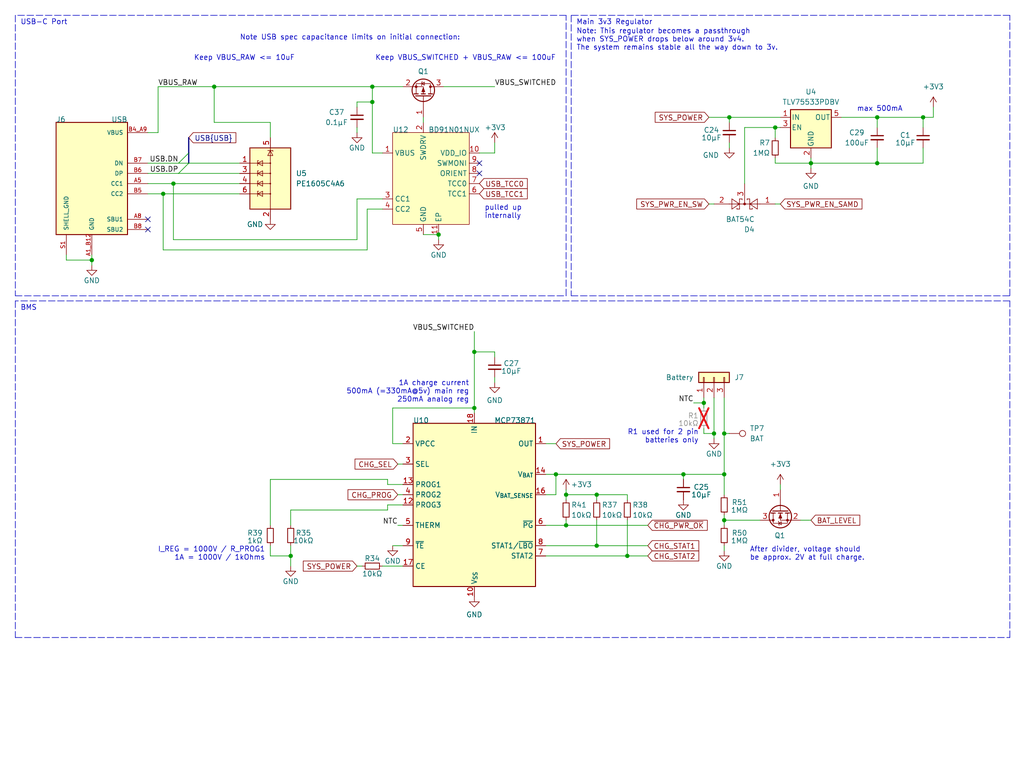
<source format=kicad_sch>
(kicad_sch (version 20231120) (generator "eeschema") (generator_version "8.0")
  (paper "User" 254.991 194.996)
  (title_block (title "TANGARA") (date "2024-06-21") (rev "4") (company "made by jacqueline") (comment 1 "SPDX-License-Identifier: CERN-OHL-S-2.0"))
  (lib_symbols
    (symbol "Battery_Management:MCP73871"
      (property "Reference" "U" (at -7.62 24.13 0))
      (property "Value" "MCP73871" (at -15.24 21.59 0))
      (symbol "MCP73871_0_1"
        (rectangle (start -15.24 20.32) (end 15.24 -20.32) (stroke (width 0.254)) (fill (type background)))
      )
      (symbol "MCP73871_1_1"
        (pin power_out line (at 17.78 15.24 180) (length 2.54) (name "OUT") (number "1"))
        (pin power_in line (at 0 -22.86 90) (length 2.54) (name "V_{SS}") (number "10"))
        (pin passive line (at 0 -22.86 90) (length 2.54) hide (name "V_{SS}") (number "11"))
        (pin bidirectional line (at -17.78 0 0) (length 2.54) (name "PROG3") (number "12"))
        (pin bidirectional line (at -17.78 5.08 0) (length 2.54) (name "PROG1") (number "13"))
        (pin power_out line (at 17.78 7.62 180) (length 2.54) (name "V_{BAT}") (number "14"))
        (pin passive line (at 17.78 7.62 180) (length 2.54) hide (name "V_{BAT}") (number "15"))
        (pin input line (at 17.78 2.54 180) (length 2.54) (name "V_{BAT_SENSE}") (number "16"))
        (pin input line (at -17.78 -15.24 0) (length 2.54) (name "CE") (number "17"))
        (pin power_in line (at 0 22.86 270) (length 2.54) (name "IN") (number "18"))
        (pin passive line (at 0 22.86 270) (length 2.54) hide (name "IN") (number "19"))
        (pin input line (at -17.78 15.24 0) (length 2.54) (name "VPCC") (number "2"))
        (pin passive line (at 17.78 15.24 180) (length 2.54) hide (name "OUT") (number "20"))
        (pin passive line (at 0 -22.86 90) (length 2.54) hide (name "V_{SS}") (number "21"))
        (pin input line (at -17.78 10.16 0) (length 2.54) (name "SEL") (number "3"))
        (pin input line (at -17.78 2.54 0) (length 2.54) (name "PROG2") (number "4"))
        (pin bidirectional line (at -17.78 -5.08 0) (length 2.54) (name "THERM") (number "5"))
        (pin open_collector line (at 17.78 -5.08 180) (length 2.54) (name "~{PG}") (number "6"))
        (pin open_collector line (at 17.78 -12.7 180) (length 2.54) (name "STAT2") (number "7"))
        (pin open_collector line (at 17.78 -10.16 180) (length 2.54) (name "STAT1/~{LBO}") (number "8"))
        (pin input line (at -17.78 -10.16 0) (length 2.54) (name "~{TE}") (number "9"))
      )
    )
    (symbol "Connector:TestPoint" (pin_numbers hide) (pin_names (offset 0.762) hide)
      (property "Reference" "TP" (at 0 6.858 0))
      (property "Value" "TestPoint" (at 0 5.08 0))
      (symbol "TestPoint_0_1"
        (circle (center 0 3.302) (radius 0.762))
      )
      (symbol "TestPoint_1_1"
        (pin passive line (at 0 0 90) (length 2.54) (name "1") (number "1"))
      )
    )
    (symbol "Connector_Generic:Conn_01x03" (pin_names (offset 1.016) hide)
      (property "Reference" "J" (at 0 5.08 0))
      (property "Value" "Conn_01x03" (at 0 -5.08 0))
      (symbol "Conn_01x03_1_1"
        (rectangle (start -1.27 -2.413) (end 0 -2.667) (stroke (width 0.1524)))
        (rectangle (start -1.27 0.127) (end 0 -0.127) (stroke (width 0.1524)))
        (rectangle (start -1.27 2.667) (end 0 2.413) (stroke (width 0.1524)))
        (rectangle (start -1.27 3.81) (end 1.27 -3.81) (stroke (width 0.254)) (fill (type background)))
        (pin passive line (at -5.08 2.54 0) (length 3.81) (name "Pin_1") (number "1"))
        (pin passive line (at -5.08 0 0) (length 3.81) (name "Pin_2") (number "2"))
        (pin passive line (at -5.08 -2.54 0) (length 3.81) (name "Pin_3") (number "3"))
      )
    )
    (symbol "Device:C_Small" (pin_numbers hide) (pin_names (offset 0.254) hide)
      (property "Reference" "C" (at 0.254 1.778 0))
      (property "Value" "C_Small" (at 0.254 -2.032 0))
      (symbol "C_Small_0_1"
        (polyline (pts (xy -1.524 -0.508) (xy 1.524 -0.508)) (stroke (width 0.3302)))
        (polyline (pts (xy -1.524 0.508) (xy 1.524 0.508)) (stroke (width 0.3048)))
      )
      (symbol "C_Small_1_1"
        (pin passive line (at 0 2.54 270) (length 2.032) (name "~") (number "1"))
        (pin passive line (at 0 -2.54 90) (length 2.032) (name "~") (number "2"))
      )
    )
    (symbol "Device:Q_NMOS_GSD" (pin_names (offset 0) hide)
      (property "Reference" "Q" (at 5.08 1.27 0))
      (property "Value" "Q_NMOS_GSD" (at 5.08 -1.27 0))
      (symbol "Q_NMOS_GSD_0_1"
        (polyline (pts (xy 0.254 0) (xy -2.54 0)))
        (polyline (pts (xy 0.254 1.905) (xy 0.254 -1.905)) (stroke (width 0.254)))
        (polyline (pts (xy 0.762 -1.27) (xy 0.762 -2.286)) (stroke (width 0.254)))
        (polyline (pts (xy 0.762 0.508) (xy 0.762 -0.508)) (stroke (width 0.254)))
        (polyline (pts (xy 0.762 2.286) (xy 0.762 1.27)) (stroke (width 0.254)))
        (polyline (pts (xy 2.54 2.54) (xy 2.54 1.778)))
        (polyline (pts (xy 2.54 -2.54) (xy 2.54 0) (xy 0.762 0)))
        (polyline (pts (xy 0.762 -1.778) (xy 3.302 -1.778) (xy 3.302 1.778) (xy 0.762 1.778)))
        (polyline (pts (xy 1.016 0) (xy 2.032 0.381) (xy 2.032 -0.381) (xy 1.016 0)) (fill (type outline)))
        (polyline (pts (xy 2.794 0.508) (xy 2.921 0.381) (xy 3.683 0.381) (xy 3.81 0.254)))
        (polyline (pts (xy 3.302 0.381) (xy 2.921 -0.254) (xy 3.683 -0.254) (xy 3.302 0.381)))
        (circle (center 1.651 0) (radius 2.794) (stroke (width 0.254)))
        (circle (center 2.54 -1.778) (radius 0.254) (fill (type outline)))
        (circle (center 2.54 1.778) (radius 0.254) (fill (type outline)))
      )
      (symbol "Q_NMOS_GSD_1_1"
        (pin input line (at -5.08 0 0) (length 2.54) (name "G") (number "1"))
        (pin passive line (at 2.54 -5.08 90) (length 2.54) (name "S") (number "2"))
        (pin passive line (at 2.54 5.08 270) (length 2.54) (name "D") (number "3"))
      )
    )
    (symbol "Device:Q_PMOS_GSD" (pin_names (offset 0) hide)
      (property "Reference" "Q" (at 5.08 1.27 0))
      (property "Value" "Q_PMOS_GSD" (at 5.08 -1.27 0))
      (symbol "Q_PMOS_GSD_0_1"
        (polyline (pts (xy 0.254 0) (xy -2.54 0)))
        (polyline (pts (xy 0.254 1.905) (xy 0.254 -1.905)) (stroke (width 0.254)))
        (polyline (pts (xy 0.762 -1.27) (xy 0.762 -2.286)) (stroke (width 0.254)))
        (polyline (pts (xy 0.762 0.508) (xy 0.762 -0.508)) (stroke (width 0.254)))
        (polyline (pts (xy 0.762 2.286) (xy 0.762 1.27)) (stroke (width 0.254)))
        (polyline (pts (xy 2.54 2.54) (xy 2.54 1.778)))
        (polyline (pts (xy 2.54 -2.54) (xy 2.54 0) (xy 0.762 0)))
        (polyline (pts (xy 0.762 1.778) (xy 3.302 1.778) (xy 3.302 -1.778) (xy 0.762 -1.778)))
        (polyline (pts (xy 2.286 0) (xy 1.27 0.381) (xy 1.27 -0.381) (xy 2.286 0)) (fill (type outline)))
        (polyline (pts (xy 2.794 -0.508) (xy 2.921 -0.381) (xy 3.683 -0.381) (xy 3.81 -0.254)))
        (polyline (pts (xy 3.302 -0.381) (xy 2.921 0.254) (xy 3.683 0.254) (xy 3.302 -0.381)))
        (circle (center 1.651 0) (radius 2.794) (stroke (width 0.254)))
        (circle (center 2.54 -1.778) (radius 0.254) (fill (type outline)))
        (circle (center 2.54 1.778) (radius 0.254) (fill (type outline)))
      )
      (symbol "Q_PMOS_GSD_1_1"
        (pin input line (at -5.08 0 0) (length 2.54) (name "G") (number "1"))
        (pin passive line (at 2.54 -5.08 90) (length 2.54) (name "S") (number "2"))
        (pin passive line (at 2.54 5.08 270) (length 2.54) (name "D") (number "3"))
      )
    )
    (symbol "Device:R_Small" (pin_numbers hide) (pin_names (offset 0.254) hide)
      (property "Reference" "R" (at 0.762 0.508 0))
      (property "Value" "R_Small" (at 0.762 -1.016 0))
      (symbol "R_Small_0_1"
        (rectangle (start -0.762 1.778) (end 0.762 -1.778) (stroke (width 0.2032)))
      )
      (symbol "R_Small_1_1"
        (pin passive line (at 0 2.54 270) (length 0.762) (name "~") (number "1"))
        (pin passive line (at 0 -2.54 90) (length 0.762) (name "~") (number "2"))
      )
    )
    (symbol "Diode:BAT54C" (pin_names (offset 1.016))
      (property "Reference" "D" (at 0.635 -3.81 0))
      (property "Value" "BAT54C" (at -6.35 3.175 0))
      (symbol "BAT54C_0_1"
        (polyline (pts (xy -1.905 0) (xy 1.905 0)))
        (polyline (pts (xy -1.905 1.27) (xy -1.905 1.016)))
        (polyline (pts (xy -1.27 -1.27) (xy -0.635 -1.27)))
        (polyline (pts (xy -1.27 0) (xy -3.81 0)))
        (polyline (pts (xy -1.27 1.27) (xy -1.905 1.27)))
        (polyline (pts (xy -1.27 1.27) (xy -1.27 -1.27)))
        (polyline (pts (xy -0.635 -1.27) (xy -0.635 -1.016)))
        (polyline (pts (xy 0.635 -1.27) (xy 0.635 -1.016)))
        (polyline (pts (xy 1.27 -1.27) (xy 0.635 -1.27)))
        (polyline (pts (xy 1.27 1.27) (xy 1.27 -1.27)))
        (polyline (pts (xy 1.27 1.27) (xy 1.905 1.27)))
        (polyline (pts (xy 1.905 1.27) (xy 1.905 1.016)))
        (polyline (pts (xy 3.81 0) (xy 1.27 0)))
        (polyline (pts (xy -3.175 -1.27) (xy -3.175 1.27) (xy -1.27 0) (xy -3.175 -1.27)))
        (polyline (pts (xy 3.175 -1.27) (xy 3.175 1.27) (xy 1.27 0) (xy 3.175 -1.27)))
        (circle (center 0 0) (radius 0.254) (fill (type outline)))
      )
      (symbol "BAT54C_1_1"
        (pin passive line (at -7.62 0 0) (length 3.81) (name "~") (number "1"))
        (pin passive line (at 7.62 0 180) (length 3.81) (name "~") (number "2"))
        (pin passive line (at 0 -5.08 90) (length 5.08) (name "~") (number "3"))
      )
    )
    (symbol "Regulator_Linear:TLV75533PDBV" (pin_names (offset 0.254))
      (property "Reference" "U" (at -3.81 5.715 0))
      (property "Value" "TLV75533PDBV" (at 0 5.715 0))
      (symbol "TLV75533PDBV_0_1"
        (rectangle (start -5.08 4.445) (end 5.08 -5.08) (stroke (width 0.254)) (fill (type background)))
      )
      (symbol "TLV75533PDBV_1_1"
        (pin power_in line (at -7.62 2.54 0) (length 2.54) (name "IN") (number "1"))
        (pin power_in line (at 0 -7.62 90) (length 2.54) (name "GND") (number "2"))
        (pin input line (at -7.62 0 0) (length 2.54) (name "EN") (number "3"))
        (pin no_connect line (at 5.08 0 180) (length 2.54) hide (name "NC") (number "4"))
        (pin power_out line (at 7.62 2.54 180) (length 2.54) (name "OUT") (number "5"))
      )
    )
    (symbol "power:+3V3" (power) (pin_names (offset 0))
      (property "Value" "+3V3" (at 0 3.556 0))
      (symbol "+3V3_0_1"
        (polyline (pts (xy -0.762 1.27) (xy 0 2.54)))
        (polyline (pts (xy 0 0) (xy 0 2.54)))
        (polyline (pts (xy 0 2.54) (xy 0.762 1.27)))
      )
      (symbol "+3V3_1_1"
        (pin power_in line (at 0 0 90) (length 0) hide (name "+3V3") (number "1"))
      )
    )
    (symbol "power:GND" (power) (pin_names (offset 0))
      (property "Value" "GND" (at 0 -3.81 0))
      (symbol "GND_0_1"
        (polyline (pts (xy 0 0) (xy 0 -1.27) (xy 1.27 -1.27) (xy 0 -2.54) (xy -1.27 -1.27) (xy 0 -1.27)))
      )
      (symbol "GND_1_1"
        (pin power_in line (at 0 0 270) (length 0) hide (name "GND") (number "1"))
      )
    )
    (symbol "symbols:BD91N01NUX"
      (property "Reference" "U" (at 0 13.97 0))
      (property "Value" "BD91N01NUX" (at 5.08 16.51 0))
      (symbol "BD91N01NUX_0_1"
        (rectangle (start -12.7 12.7) (end 6.35 -10.16) (fill (type background)))
      )
      (symbol "BD91N01NUX_1_1"
        (pin power_in line (at -15.24 7.62 0) (length 2.54) (name "VBUS") (number "1"))
        (pin power_in line (at 8.89 7.62 180) (length 2.54) (name "VDD_IO") (number "10"))
        (pin power_in line (at -1.27 -12.7 90) (length 2.54) (name "EP") (number "11"))
        (pin output line (at -5.08 15.24 270) (length 2.54) (name "SWDRV") (number "2"))
        (pin input line (at -15.24 -3.81 0) (length 2.54) (name "CC1") (number "3"))
        (pin input line (at -15.24 -6.35 0) (length 2.54) (name "CC2") (number "4"))
        (pin power_in line (at -5.08 -12.7 90) (length 2.54) (name "GND") (number "5"))
        (pin output line (at 8.89 -2.54 180) (length 2.54) (name "TCC1") (number "6"))
        (pin output line (at 8.89 0 180) (length 2.54) (name "TCC0") (number "7"))
        (pin output line (at 8.89 2.54 180) (length 2.54) (name "ORIENT") (number "8"))
        (pin output line (at 8.89 5.08 180) (length 2.54) (name "SWMONI") (number "9"))
      )
    )
    (symbol "symbols:PE1605C4A6" (pin_names hide)
      (property "Reference" "D" (at 3.81 -5.08 90))
      (property "Value" "PE1605C4A6" (at 3.81 2.54 90))
      (property "MPN" "PE1605C4A6" (at 20.066 0.508 90))
      (symbol "PE1605C4A6_0_0"
        (pin passive line (at 2.54 -10.16 90) (length 2.54) (name "GND") (number "2"))
      )
      (symbol "PE1605C4A6_0_1"
        (rectangle (start -2.54 7.62) (end 7.62 -7.62) (stroke (width 0.254)) (fill (type background)))
        (polyline (pts (xy -2.54 -3.81) (xy 2.54 -3.81)))
        (polyline (pts (xy -2.54 -1.27) (xy 2.54 -1.27)))
        (polyline (pts (xy -2.54 1.27) (xy 2.54 1.27)))
        (polyline (pts (xy 2.54 3.81) (xy 2.54 7.62)))
        (polyline (pts (xy -0.635 -4.445) (xy -0.635 -3.175) (xy -0.381 -3.175)))
        (polyline (pts (xy -0.635 -1.905) (xy -0.635 -0.635) (xy -0.381 -0.635)))
        (polyline (pts (xy -0.635 0.635) (xy -0.635 1.905) (xy -0.381 1.905)))
        (polyline (pts (xy -0.635 3.175) (xy -0.635 4.445) (xy -0.381 4.445)))
        (polyline (pts (xy 1.905 6.985) (xy 3.175 6.985) (xy 3.175 6.731)))
        (polyline (pts (xy 0.635 -4.445) (xy 0.635 -3.175) (xy -0.635 -3.81) (xy 0.635 -4.445)))
        (polyline (pts (xy 0.635 -1.905) (xy 0.635 -0.635) (xy -0.635 -1.27) (xy 0.635 -1.905)))
        (polyline (pts (xy 0.635 0.635) (xy 0.635 1.905) (xy -0.635 1.27) (xy 0.635 0.635)))
        (polyline (pts (xy 0.635 3.175) (xy 0.635 4.445) (xy -0.635 3.81) (xy 0.635 3.175)))
        (polyline (pts (xy 1.905 5.715) (xy 3.175 5.715) (xy 2.54 6.985) (xy 1.905 5.715)))
        (polyline (pts (xy 2.54 -7.62) (xy 2.54 -6.35) (xy 2.54 3.81) (xy -2.54 3.81)))
        (circle (center 2.54 -3.81) (radius 0.127))
        (circle (center 2.54 -1.27) (radius 0.127))
        (circle (center 2.54 1.27) (radius 0.127))
        (circle (center 2.54 3.81) (radius 0.127))
      )
      (symbol "PE1605C4A6_1_1"
        (pin passive line (at -5.08 3.81 0) (length 2.54) (name "IO1") (number "1"))
        (pin passive line (at -5.08 1.27 0) (length 2.54) (name "IO2") (number "3"))
        (pin passive line (at -5.08 -1.27 0) (length 2.54) (name "IO3") (number "4"))
        (pin passive line (at 2.54 10.16 270) (length 2.54) (name "IO4") (number "5"))
        (pin passive line (at -5.08 -3.81 0) (length 2.54) (name "IO5") (number "6"))
      )
    )
    (symbol "symbols:USB4510-03-1-A_REVA" (pin_names (offset 1.016))
      (property "Reference" "J" (at -12.7 16.002 0))
      (property "Value" "USB4510-03-1-A_REVA" (at -12.7 -18.542 0))
      (symbol "USB4510-03-1-A_REVA_0_0"
        (rectangle (start -5.08 15.24) (end 12.7 -12.7) (stroke (width 0.254)) (fill (type background)))
        (pin power_in line (at 3.81 -17.78 90) (length 5.08) (name "GND") (number "A1_B12"))
        (pin power_in line (at 17.78 12.7 180) (length 5.08) hide (name "VBUS") (number "A4_B9"))
        (pin bidirectional line (at 17.78 0 180) (length 5.08) (name "CC1") (number "A5"))
        (pin bidirectional line (at 17.78 2.54 180) (length 5.08) hide (name "DP") (number "A6"))
        (pin bidirectional line (at 17.78 5.08 180) (length 5.08) hide (name "DN") (number "A7"))
        (pin bidirectional line (at 17.78 -8.89 180) (length 5.08) (name "SBU1") (number "A8"))
        (pin power_in line (at 3.81 -17.78 90) (length 5.08) hide (name "GND") (number "B1_A12"))
        (pin power_in line (at 17.78 12.7 180) (length 5.08) (name "VBUS") (number "B4_A9"))
        (pin bidirectional line (at 17.78 -2.54 180) (length 5.08) (name "CC2") (number "B5"))
        (pin bidirectional line (at 17.78 2.54 180) (length 5.08) (name "DP") (number "B6"))
        (pin bidirectional line (at 17.78 5.08 180) (length 5.08) (name "DN") (number "B7"))
        (pin bidirectional line (at 17.78 -11.43 180) (length 5.08) (name "SBU2") (number "B8"))
        (pin power_in line (at -2.54 -17.78 90) (length 5.08) (name "SHELL_GND") (number "S1"))
        (pin power_in line (at -2.54 -17.78 90) (length 5.08) hide (name "SHELL_GND") (number "S2"))
        (pin power_in line (at -2.54 -17.78 90) (length 5.08) hide (name "SHELL_GND") (number "S3"))
        (pin power_in line (at -2.54 -17.78 90) (length 5.08) hide (name "SHELL_GND") (number "S4"))
      )
    )
  )
  (junction (at 53.34 21.59))
  (junction (at 92.71 25.4))
  (junction (at 180.34 129.54))
  (junction (at 180.34 107.95))
  (junction (at 170.18 118.11))
  (junction (at 22.86 64.77))
  (junction (at 92.71 21.59))
  (junction (at 148.59 135.89))
  (junction (at 138.43 118.11))
  (junction (at 218.44 29.21))
  (junction (at 43.18 45.72))
  (junction (at 118.11 87.63))
  (junction (at 193.04 31.75))
  (junction (at 140.97 130.81))
  (junction (at 40.64 48.26))
  (junction (at 229.87 29.21))
  (junction (at 181.61 29.21))
  (junction (at 118.11 101.6))
  (junction (at 180.34 118.11))
  (junction (at 177.8 107.95))
  (junction (at 109.22 58.42))
  (junction (at 201.93 40.64))
  (junction (at 140.97 123.19))
  (junction (at 175.26 100.33))
  (junction (at 148.59 123.19))
  (junction (at 156.21 138.43))
  (junction (at 72.39 138.43))
  (junction (at 218.44 40.64))
  (no_connect (at 119.38 40.64))
  (no_connect (at 119.38 43.18))
  (no_connect (at 36.83 57.15))
  (no_connect (at 36.83 54.61))
  (bus_entry (at 44.45 40.64) (size 2.54 -2.54))
  (bus_entry (at 44.45 43.18) (size 2.54 -2.54))
  (wire (pts (xy 39.37 21.59) (xy 39.37 33.02)))
  (wire (pts (xy 92.71 21.59) (xy 92.71 25.4)))
  (wire (pts (xy 218.44 31.75) (xy 218.44 29.21)))
  (wire (pts (xy 88.9 59.69) (xy 88.9 49.53)))
  (wire (pts (xy 88.9 140.97) (xy 90.17 140.97)))
  (wire (pts (xy 180.34 99.06) (xy 180.34 107.95)))
  (wire (pts (xy 229.87 29.21) (xy 232.41 29.21)))
  (wire (pts (xy 36.83 43.18) (xy 44.45 43.18)))
  (wire (pts (xy 177.8 109.22) (xy 177.8 107.95)))
  (polyline (pts (xy 3.81 74.93) (xy 3.81 158.75)) (stroke (width 0) (type dash)))
  (polyline (pts (xy 251.46 3.81) (xy 142.24 3.81)) (stroke (width 0) (type dash)))
  (wire (pts (xy 201.93 40.64) (xy 218.44 40.64)))
  (wire (pts (xy 135.89 135.89) (xy 148.59 135.89)))
  (wire (pts (xy 97.79 101.6) (xy 118.11 101.6)))
  (wire (pts (xy 193.04 31.75) (xy 193.04 34.29)))
  (wire (pts (xy 229.87 36.83) (xy 229.87 40.64)))
  (wire (pts (xy 175.26 100.33) (xy 175.26 99.06)))
  (wire (pts (xy 97.79 110.49) (xy 97.79 101.6)))
  (wire (pts (xy 140.97 129.54) (xy 140.97 130.81)))
  (wire (pts (xy 96.52 119.38) (xy 96.52 120.65)))
  (wire (pts (xy 36.83 40.64) (xy 44.45 40.64)))
  (wire (pts (xy 72.39 138.43) (xy 72.39 140.97)))
  (wire (pts (xy 59.69 45.72) (xy 43.18 45.72)))
  (wire (pts (xy 22.86 63.5) (xy 22.86 64.77)))
  (wire (pts (xy 88.9 49.53) (xy 95.25 49.53)))
  (wire (pts (xy 199.39 129.54) (xy 201.93 129.54)))
  (wire (pts (xy 43.18 45.72) (xy 43.18 59.69)))
  (wire (pts (xy 53.34 30.48) (xy 53.34 21.59)))
  (wire (pts (xy 53.34 21.59) (xy 92.71 21.59)))
  (wire (pts (xy 100.33 110.49) (xy 97.79 110.49)))
  (wire (pts (xy 180.34 107.95) (xy 180.34 118.11)))
  (wire (pts (xy 193.04 31.75) (xy 194.31 31.75)))
  (wire (pts (xy 156.21 138.43) (xy 161.29 138.43)))
  (wire (pts (xy 193.04 40.64) (xy 193.04 39.37)))
  (wire (pts (xy 72.39 135.89) (xy 72.39 138.43)))
  (wire (pts (xy 110.49 21.59) (xy 123.19 21.59)))
  (wire (pts (xy 92.71 21.59) (xy 100.33 21.59)))
  (wire (pts (xy 92.71 25.4) (xy 92.71 38.1)))
  (wire (pts (xy 135.89 138.43) (xy 156.21 138.43)))
  (wire (pts (xy 91.44 62.23) (xy 91.44 52.07)))
  (wire (pts (xy 40.64 62.23) (xy 91.44 62.23)))
  (wire (pts (xy 181.61 29.21) (xy 194.31 29.21)))
  (wire (pts (xy 177.8 99.06) (xy 177.8 107.95)))
  (wire (pts (xy 209.55 29.21) (xy 218.44 29.21)))
  (wire (pts (xy 105.41 29.21) (xy 105.41 30.48)))
  (wire (pts (xy 175.26 101.6) (xy 175.26 100.33)))
  (wire (pts (xy 181.61 30.48) (xy 181.61 29.21)))
  (wire (pts (xy 40.64 48.26) (xy 40.64 62.23)))
  (wire (pts (xy 140.97 123.19) (xy 148.59 123.19)))
  (polyline (pts (xy 3.81 3.81) (xy 3.81 73.66)) (stroke (width 0) (type dash)))
  (wire (pts (xy 119.38 38.1) (xy 123.19 38.1)))
  (wire (pts (xy 100.33 140.97) (xy 95.25 140.97)))
  (wire (pts (xy 99.06 123.19) (xy 100.33 123.19)))
  (polyline (pts (xy 3.81 73.66) (xy 140.97 73.66)) (stroke (width 0) (type dash)))
  (wire (pts (xy 140.97 124.46) (xy 140.97 123.19)))
  (wire (pts (xy 172.72 100.33) (xy 175.26 100.33)))
  (wire (pts (xy 97.79 135.89) (xy 100.33 135.89)))
  (wire (pts (xy 185.42 31.75) (xy 193.04 31.75)))
  (wire (pts (xy 175.26 106.68) (xy 175.26 107.95)))
  (wire (pts (xy 180.34 135.89) (xy 180.34 137.16)))
  (wire (pts (xy 201.93 40.64) (xy 201.93 39.37)))
  (wire (pts (xy 180.34 118.11) (xy 180.34 123.19)))
  (wire (pts (xy 105.41 58.42) (xy 109.22 58.42)))
  (wire (pts (xy 229.87 29.21) (xy 229.87 31.75)))
  (wire (pts (xy 194.31 50.8) (xy 193.04 50.8)))
  (wire (pts (xy 16.51 63.5) (xy 16.51 64.77)))
  (wire (pts (xy 96.52 127) (xy 72.39 127)))
  (wire (pts (xy 148.59 123.19) (xy 156.21 123.19)))
  (wire (pts (xy 96.52 125.73) (xy 100.33 125.73)))
  (polyline (pts (xy 140.97 73.66) (xy 140.97 3.81)) (stroke (width 0) (type dash)))
  (wire (pts (xy 88.9 31.75) (xy 88.9 33.02)))
  (wire (pts (xy 201.93 41.91) (xy 201.93 40.64)))
  (wire (pts (xy 59.69 40.64) (xy 46.99 40.64)))
  (wire (pts (xy 175.26 107.95) (xy 177.8 107.95)))
  (polyline (pts (xy 3.81 158.75) (xy 251.46 158.75)) (stroke (width 0) (type dash)))
  (wire (pts (xy 140.97 121.92) (xy 140.97 123.19)))
  (polyline (pts (xy 251.46 73.66) (xy 251.46 3.81)) (stroke (width 0) (type dash)))
  (wire (pts (xy 123.19 88.9) (xy 123.19 87.63)))
  (wire (pts (xy 43.18 45.72) (xy 36.83 45.72)))
  (wire (pts (xy 36.83 33.02) (xy 39.37 33.02)))
  (wire (pts (xy 138.43 123.19) (xy 138.43 118.11)))
  (wire (pts (xy 148.59 124.46) (xy 148.59 123.19)))
  (wire (pts (xy 135.89 130.81) (xy 140.97 130.81)))
  (wire (pts (xy 72.39 127) (xy 72.39 130.81)))
  (wire (pts (xy 218.44 36.83) (xy 218.44 40.64)))
  (wire (pts (xy 218.44 29.21) (xy 229.87 29.21)))
  (wire (pts (xy 40.64 48.26) (xy 36.83 48.26)))
  (polyline (pts (xy 142.24 73.66) (xy 251.46 73.66)) (stroke (width 0) (type dash)))
  (wire (pts (xy 123.19 38.1) (xy 123.19 35.56)))
  (wire (pts (xy 181.61 35.56) (xy 181.61 36.83)))
  (wire (pts (xy 123.19 87.63) (xy 118.11 87.63)))
  (wire (pts (xy 118.11 101.6) (xy 118.11 102.87)))
  (wire (pts (xy 170.18 118.11) (xy 180.34 118.11)))
  (wire (pts (xy 180.34 129.54) (xy 180.34 128.27)))
  (bus (pts (xy 46.99 40.64) (xy 46.99 38.1)))
  (wire (pts (xy 232.41 26.67) (xy 232.41 29.21)))
  (wire (pts (xy 67.31 30.48) (xy 53.34 30.48)))
  (wire (pts (xy 176.53 29.21) (xy 181.61 29.21)))
  (wire (pts (xy 148.59 135.89) (xy 161.29 135.89)))
  (wire (pts (xy 135.89 123.19) (xy 138.43 123.19)))
  (wire (pts (xy 67.31 135.89) (xy 67.31 138.43)))
  (wire (pts (xy 138.43 118.11) (xy 170.18 118.11)))
  (wire (pts (xy 180.34 129.54) (xy 189.23 129.54)))
  (wire (pts (xy 96.52 119.38) (xy 67.31 119.38)))
  (polyline (pts (xy 140.97 3.81) (xy 3.81 3.81)) (stroke (width 0) (type dash)))
  (wire (pts (xy 180.34 130.81) (xy 180.34 129.54)))
  (wire (pts (xy 118.11 82.55) (xy 118.11 87.63)))
  (wire (pts (xy 123.19 93.98) (xy 123.19 95.25)))
  (wire (pts (xy 185.42 31.75) (xy 185.42 45.72)))
  (wire (pts (xy 180.34 107.95) (xy 181.61 107.95)))
  (polyline (pts (xy 142.24 3.81) (xy 142.24 73.66)) (stroke (width 0) (type dash)))
  (bus (pts (xy 46.99 38.1) (xy 46.99 34.29)))
  (wire (pts (xy 88.9 26.67) (xy 88.9 25.4)))
  (wire (pts (xy 88.9 25.4) (xy 92.71 25.4)))
  (wire (pts (xy 109.22 58.42) (xy 109.22 59.69)))
  (wire (pts (xy 148.59 129.54) (xy 148.59 135.89)))
  (wire (pts (xy 99.06 130.81) (xy 100.33 130.81)))
  (wire (pts (xy 135.89 110.49) (xy 138.43 110.49)))
  (wire (pts (xy 96.52 127) (xy 96.52 125.73)))
  (wire (pts (xy 22.86 64.77) (xy 22.86 66.04)))
  (polyline (pts (xy 251.46 158.75) (xy 251.46 74.93)) (stroke (width 0) (type dash)))
  (wire (pts (xy 16.51 64.77) (xy 22.86 64.77)))
  (wire (pts (xy 218.44 40.64) (xy 229.87 40.64)))
  (wire (pts (xy 96.52 120.65) (xy 100.33 120.65)))
  (wire (pts (xy 156.21 123.19) (xy 156.21 124.46)))
  (wire (pts (xy 59.69 48.26) (xy 40.64 48.26)))
  (wire (pts (xy 140.97 130.81) (xy 161.29 130.81)))
  (wire (pts (xy 67.31 138.43) (xy 72.39 138.43)))
  (wire (pts (xy 170.18 118.11) (xy 170.18 119.38)))
  (wire (pts (xy 176.53 50.8) (xy 177.8 50.8)))
  (wire (pts (xy 156.21 129.54) (xy 156.21 138.43)))
  (wire (pts (xy 194.31 120.65) (xy 194.31 121.92)))
  (wire (pts (xy 39.37 21.59) (xy 53.34 21.59)))
  (wire (pts (xy 118.11 87.63) (xy 118.11 101.6)))
  (wire (pts (xy 193.04 40.64) (xy 201.93 40.64)))
  (wire (pts (xy 99.06 115.57) (xy 100.33 115.57)))
  (wire (pts (xy 67.31 119.38) (xy 67.31 130.81)))
  (wire (pts (xy 46.99 40.64) (xy 44.45 40.64)))
  (wire (pts (xy 91.44 52.07) (xy 95.25 52.07)))
  (wire (pts (xy 43.18 59.69) (xy 88.9 59.69)))
  (wire (pts (xy 95.25 38.1) (xy 92.71 38.1)))
  (polyline (pts (xy 251.46 74.93) (xy 3.81 74.93)) (stroke (width 0) (type dash)))
  (wire (pts (xy 67.31 34.29) (xy 67.31 30.48)))
  (wire (pts (xy 59.69 43.18) (xy 44.45 43.18)))
  (wire (pts (xy 135.89 118.11) (xy 138.43 118.11)))
  (text "USB-C Port" (at 5.08 6.35 0) (effects (font (size 1.27 1.27)) (justify left bottom)))
  (text "R1 used for 2 pin\nbatteries only" (at 173.99 110.49 0) (effects (font (size 1.27 1.27)) (justify right bottom)))
  (text "max 500mA" (at 213.36 27.94 0) (effects (font (size 1.27 1.27)) (justify left bottom)))
  (text "1A charge current\n500mA (=330mA@5v) main reg\n250mA analog reg" (at 116.84 100.33 0) (effects (font (size 1.27 1.27)) (justify right bottom)))
  (text "BMS" (at 5.08 77.47 0) (effects (font (size 1.27 1.27)) (justify left bottom)))
  (text "pulled up\ninternally" (at 120.65 54.61 0) (effects (font (size 1.27 1.27)) (justify left bottom)))
  (text "After divider, voltage should\nbe approx. 2V at full charge." (at 186.69 139.7 0) (effects (font (size 1.27 1.27)) (justify left bottom)))
  (text "I_REG = 1000V / R_PROG1\n1A = 1000V / 1kOhms" (at 66.04 139.7 0) (effects (font (size 1.27 1.27)) (justify right bottom)))
  (text "Keep VBUS_RAW <= 10uF" (at 48.26 15.24 0) (effects (font (size 1.27 1.27)) (justify left bottom)))
  (text "Keep VBUS_SWITCHED + VBUS_RAW <= 100uF" (at 138.43 15.24 0) (effects (font (size 1.27 1.27)) (justify right bottom)))
  (text "Note: This regulator becomes a passthrough\nwhen SYS_POWER drops below around 3v4.\nThe system remains stable all the way down to 3v." (at 143.51 12.7 0) (effects (font (size 1.27 1.27)) (justify left bottom)))
  (text "Main 3v3 Regulator" (at 143.51 6.35 0) (effects (font (size 1.27 1.27)) (justify left bottom)))
  (text "Note USB spec capacitance limits on initial connection:" (at 59.69 10.16 0) (effects (font (size 1.27 1.27)) (justify left bottom)))
  (label "NTC" (at 99.06 130.81 180))
  (label "VBUS_RAW" (at 39.37 21.59 0))
  (label "USB.DP" (at 44.45 43.18 180))
  (label "VBUS_SWITCHED" (at 123.19 21.59 0))
  (label "NTC" (at 172.72 100.33 180))
  (label "USB.DN" (at 44.45 40.64 180))
  (label "VBUS_SWITCHED" (at 118.11 82.55 180))
  (global_label "~{CHG_PWR_OK}" (shape input) (at 161.29 130.81 0) (property "Intersheetrefs" "${INTERSHEET_REFS}" (effects (hide yes))))
  (global_label "SYS_POWER" (shape input) (at 176.53 29.21 180) (property "Intersheetrefs" "${INTERSHEET_REFS}" (effects (hide yes))))
  (global_label "SYS_PWR_EN_SAMD" (shape input) (at 194.31 50.8 0) (property "Intersheetrefs" "${INTERSHEET_REFS}" (effects (hide yes))))
  (global_label "SYS_POWER" (shape input) (at 88.9 140.97 180) (property "Intersheetrefs" "${INTERSHEET_REFS}" (effects (hide yes))))
  (global_label "CHG_STAT2" (shape input) (at 161.29 138.43 0) (property "Intersheetrefs" "${INTERSHEET_REFS}" (effects (hide yes))))
  (global_label "USB_TCC0" (shape input) (at 119.38 45.72 0) (property "Intersheetrefs" "${INTERSHEET_REFS}" (effects (hide yes))))
  (global_label "USB_TCC1" (shape input) (at 119.38 48.26 0) (property "Intersheetrefs" "${INTERSHEET_REFS}" (effects (hide yes))))
  (global_label "SYS_PWR_EN_SW" (shape input) (at 176.53 50.8 180) (property "Intersheetrefs" "${INTERSHEET_REFS}" (effects (hide yes))))
  (global_label "CHG_SEL" (shape input) (at 99.06 115.57 180) (property "Intersheetrefs" "${INTERSHEET_REFS}" (effects (hide yes))))
  (global_label "CHG_STAT1" (shape input) (at 161.29 135.89 0) (property "Intersheetrefs" "${INTERSHEET_REFS}" (effects (hide yes))))
  (global_label "CHG_PROG" (shape input) (at 99.06 123.19 180) (property "Intersheetrefs" "${INTERSHEET_REFS}" (effects (hide yes))))
  (global_label "BAT_LEVEL" (shape input) (at 201.93 129.54 0) (property "Intersheetrefs" "${INTERSHEET_REFS}" (effects (hide yes))))
  (global_label "SYS_POWER" (shape input) (at 138.43 110.49 0) (property "Intersheetrefs" "${INTERSHEET_REFS}" (effects (hide yes))))
  (global_label "USB{USB}" (shape input) (at 46.99 34.29 0) (property "Intersheetrefs" "${INTERSHEET_REFS}" (effects (hide yes))))
  (symbol (lib_id "Device:R_Small") (at 180.34 133.35 0) (unit 1)
    (property "Reference" "R50" (at 184.15 132.715 0))
    (property "Value" "1MΩ" (at 184.15 134.62 0))
    (property "Footprint" "Resistor_SMD:R_0603_1608Metric" (effects (hide yes)))
    (property "MPN" "AC0603FR-131ML " (effects (hide yes)))
  )
  (symbol (lib_id "symbols:BD91N01NUX") (at 110.49 45.72 0) (unit 1)
    (property "Reference" "U12" (at 97.79 33.02 0) (effects (justify left bottom)))
    (property "Value" "BD91N01NUX" (at 106.68 33.02 0) (effects (justify left bottom)))
    (property "Footprint" "footprints:BD91N01NUX-E2" (effects (hide yes)))
    (property "MPN" "BD91N01NUX" (effects (hide yes)))
  )
  (symbol (lib_id "power:GND") (at 88.9 33.02 0) (unit 1)
    (property "Reference" "#PWR0202" (effects (hide yes)))
    (property "Value" "GND" (at 88.9 36.83 0))
  )
  (symbol (lib_id "power:+3V3") (at 140.97 121.92 0) (unit 1)
    (property "Reference" "#PWR04" (effects (hide yes)))
    (property "Value" "+3V3" (at 144.78 120.65 0))
  )
  (symbol (lib_id "power:+3V3") (at 232.41 26.67 0) (unit 1)
    (property "Reference" "#PWR0217" (effects (hide yes)))
    (property "Value" "+3V3" (at 232.41 21.59 0))
  )
  (symbol (lib_id "Device:R_Small") (at 72.39 133.35 0) (unit 1)
    (property "Reference" "R35" (at 75.565 132.715 0))
    (property "Value" "10kΩ" (at 75.565 134.62 0))
    (property "Footprint" "Resistor_SMD:R_0603_1608Metric" (effects (hide yes)))
    (property "MPN" "AC0603JR-0710KL" (effects (hide yes)))
  )
  (symbol (lib_id "Device:C_Small") (at 181.61 33.02 0) (unit 1)
    (property "Reference" "C24" (at 177.165 32.385 0))
    (property "Value" "10μF" (at 177.165 34.29 0))
    (property "Footprint" "Capacitor_SMD:C_0805_2012Metric" (effects (hide yes)))
    (property "MPN" "GRM21BR61C106KE15K" (effects (hide yes)))
  )
  (symbol (lib_id "Device:R_Small") (at 92.71 140.97 90) (unit 1)
    (property "Reference" "R34" (at 92.71 139.065 90))
    (property "Value" "10kΩ" (at 92.71 142.875 90))
    (property "Footprint" "Resistor_SMD:R_0603_1608Metric" (effects (hide yes)))
    (property "MPN" "AC0603JR-0710KL" (effects (hide yes)))
  )
  (symbol (lib_id "power:GND") (at 177.8 109.22 0) (unit 1)
    (property "Reference" "#PWR0213" (effects (hide yes)))
    (property "Value" "GND" (at 177.8 113.03 0))
  )
  (symbol (lib_id "Device:C_Small") (at 170.18 121.92 0) (mirror y) (unit 1)
    (property "Reference" "C25" (at 174.625 121.285 0))
    (property "Value" "10μF" (at 174.625 123.19 0))
    (property "Footprint" "Capacitor_SMD:C_0805_2012Metric" (effects (hide yes)))
    (property "MPN" "GRM21BR61C106KE15K" (effects (hide yes)))
  )
  (symbol (lib_id "Battery_Management:MCP73871") (at 118.11 125.73 0) (unit 1)
    (property "Reference" "U10" (at 102.87 105.41 0) (effects (justify left bottom)))
    (property "Value" "MCP73871" (at 133.35 105.41 0) (effects (justify right bottom)))
    (property "Footprint" "footprints:QFN-20-1EP_4x4mm_P0.5mm_EP2.5x2.5mm_ThermalVias2" (effects (hide yes)))
    (property "Datasheet" "http://www.mouser.com/ds/2/268/22090a-52174.pdf" (effects (hide yes)))
    (property "MPN" "MCP73871-2CCI/ML" (effects (hide yes)))
  )
  (symbol (lib_id "power:GND") (at 67.31 54.61 0) (unit 1)
    (property "Reference" "#PWR0203" (effects (hide yes)))
    (property "Value" "GND" (at 63.5 55.88 0))
  )
  (symbol (lib_id "power:GND") (at 22.86 66.04 0) (unit 1)
    (property "Reference" "#PWR0201" (effects (hide yes)))
    (property "Value" "GND" (at 22.86 69.85 0))
  )
  (symbol (lib_id "power:GND") (at 97.79 135.89 0) (unit 1)
    (property "Reference" "#PWR0208" (effects (hide yes)))
    (property "Value" "GND" (at 97.79 139.7 0))
  )
  (symbol (lib_id "Device:R_Small") (at 180.34 125.73 0) (unit 1)
    (property "Reference" "R51" (at 184.15 125.095 0))
    (property "Value" "1MΩ" (at 184.15 127 0))
    (property "Footprint" "Resistor_SMD:R_0603_1608Metric" (effects (hide yes)))
    (property "MPN" "AC0603FR-131ML " (effects (hide yes)))
  )
  (symbol (lib_id "Device:R_Small") (at 193.04 36.83 180) (unit 1)
    (property "Reference" "R7" (at 191.77 35.56 0) (effects (justify left)))
    (property "Value" "1MΩ" (at 191.77 38.1 0) (effects (justify left)))
    (property "Footprint" "Resistor_SMD:R_0603_1608Metric" (effects (hide yes)))
    (property "MPN" "AC0603FR-131ML " (effects (hide yes)))
  )
  (symbol (lib_id "Device:R_Small") (at 67.31 133.35 0) (mirror y) (unit 1)
    (property "Reference" "R39" (at 63.5 132.715 0))
    (property "Value" "1kΩ" (at 63.5 134.62 0))
    (property "Footprint" "Resistor_SMD:R_0603_1608Metric" (effects (hide yes)))
    (property "MPN" "RC0603DR-071KL" (effects (hide yes)))
  )
  (symbol (lib_id "Device:C_Small") (at 123.19 91.44 0) (mirror y) (unit 1)
    (property "Reference" "C27" (at 127.3175 90.4875 0))
    (property "Value" "10μF" (at 127.3175 92.3925 0))
    (property "Footprint" "Capacitor_SMD:C_0805_2012Metric" (effects (hide yes)))
    (property "MPN" "GRM21BR61C106KE15K" (effects (hide yes)))
  )
  (symbol (lib_id "Connector:TestPoint") (at 181.61 107.95 270) (mirror x) (unit 1) (in_bom no)
    (property "Reference" "TP7" (at 186.69 106.68 90) (effects (justify left)))
    (property "Value" "BAT" (at 186.69 109.22 90) (effects (justify left)))
    (property "Footprint" "TestPoint:TestPoint_Pad_D1.0mm" (effects (hide yes)))
  )
  (symbol (lib_id "Regulator_Linear:TLV75533PDBV") (at 201.93 31.75 0) (unit 1)
    (property "Reference" "U4" (at 201.93 22.86 0))
    (property "Value" "TLV75533PDBV" (at 201.93 25.4 0))
    (property "Footprint" "Package_TO_SOT_SMD:SOT-23-5" (effects (hide yes)))
    (property "Datasheet" "http://www.ti.com/lit/ds/symlink/tlv755p.pdf" (effects (hide yes)))
    (property "MPN" "TLV75533PDBV" (effects (hide yes)))
  )
  (symbol (lib_id "symbols:PE1605C4A6") (at 64.77 44.45 0) (unit 1)
    (property "Reference" "U5" (at 73.66 43.1799 0) (effects (justify left)))
    (property "Value" "PE1605C4A6" (at 73.66 45.7199 0) (effects (justify left)))
    (property "Footprint" "Package_TO_SOT_SMD:SOT-23-6" (effects (hide yes)))
    (property "Datasheet" "https://www.mouser.com/datasheet/2/1057/PE1605C4A6-AU-1869026.pdf" (effects (hide yes)))
    (property "MPN" "PE1605C4A6" (effects (hide yes)))
  )
  (symbol (lib_id "power:+3V3") (at 123.19 35.56 0) (unit 1)
    (property "Reference" "#PWR0205" (effects (hide yes)))
    (property "Value" "+3V3" (at 120.65 31.75 0) (effects (justify left)))
  )
  (symbol (lib_id "power:GND") (at 109.22 59.69 0) (unit 1)
    (property "Reference" "#PWR0204" (effects (hide yes)))
    (property "Value" "GND" (at 109.22 63.5 0))
  )
  (symbol (lib_id "power:GND") (at 181.61 36.83 0) (unit 1)
    (property "Reference" "#PWR029" (effects (hide yes)))
    (property "Value" "GND" (at 179.07 39.37 0) (effects (justify right bottom)))
  )
  (symbol (lib_id "Device:Q_PMOS_GSD") (at 105.41 24.13 270) (mirror x) (unit 1)
    (property "Reference" "Q1" (at 105.41 17.78 90))
    (property "Value" "PMV48XPA2R" (effects (hide yes)))
    (property "Footprint" "Package_TO_SOT_SMD:TSOT-23" (effects (hide yes)))
    (property "MPN" "PMV48XPA2R" (effects (hide yes)))
  )
  (symbol (lib_id "Device:R_Small") (at 148.59 127 0) (unit 1)
    (property "Reference" "R37" (at 149.86 125.73 0) (effects (justify left)))
    (property "Value" "10kΩ" (at 149.86 128.27 0) (effects (justify left)))
    (property "Footprint" "Resistor_SMD:R_0603_1608Metric" (effects (hide yes)))
    (property "MPN" "AC0603JR-0710KL" (effects (hide yes)))
  )
  (symbol (lib_id "power:GND") (at 72.39 140.97 0) (unit 1)
    (property "Reference" "#PWR0206" (effects (hide yes)))
    (property "Value" "GND" (at 72.39 144.78 0))
  )
  (symbol (lib_id "power:GND") (at 170.18 124.46 0) (mirror y) (unit 1)
    (property "Reference" "#PWR0211" (effects (hide yes)))
    (property "Value" "GND" (at 170.18 128.27 0))
  )
  (symbol (lib_id "Device:C_Small") (at 88.9 29.21 0) (unit 1)
    (property "Reference" "C37" (at 83.82 27.94 0))
    (property "Value" "0.1μF" (at 83.82 30.48 0))
    (property "Footprint" "Capacitor_SMD:C_0603_1608Metric" (effects (hide yes)))
    (property "MPN" "GCM188R71C104KA37J" (effects (hide yes)))
    (instances (project "tangara-mainboard" (path "" (reference "C37") (unit 1))) (project "audio" (path "" (reference "C14") (unit 1))))
  )
  (symbol (lib_id "power:GND") (at 201.93 41.91 0) (unit 1)
    (property "Reference" "#PWR01" (effects (hide yes)))
    (property "Value" "GND" (at 201.93 46.355 0))
  )
  (symbol (lib_id "Device:R_Small") (at 175.26 104.14 0) (mirror y) (unit 1) (dnp yes)
    (property "Reference" "R1" (at 173.99 103.505 0) (effects (justify left)))
    (property "Value" "10kΩ" (at 173.99 105.41 0) (effects (justify left)))
    (property "Footprint" "Resistor_SMD:R_0603_1608Metric" (effects (hide yes)))
    (property "MPN" "0.1W 5%" (effects (hide yes)))
  )
  (symbol (lib_id "power:+3V3") (at 194.31 120.65 0) (unit 1)
    (property "Reference" "#PWR026" (effects (hide yes)))
    (property "Value" "+3V3" (at 194.31 115.57 0))
  )
  (symbol (lib_id "Device:Q_NMOS_GSD") (at 194.31 127 90) (mirror x) (unit 1)
    (property "Reference" "Q1" (at 195.58 133.35 90) (effects (justify left)))
    (property "Value" "PJC138K" (effects (hide yes)))
    (property "Footprint" "Package_TO_SOT_SMD:SOT-323_SC-70" (effects (hide yes)))
    (property "MPN" "PJC138K_R1_00001" (effects (hide yes)))
    (instances (project "gay-ipod-faceplate" (path "" (reference "Q1") (unit 1))) (project "tangara-mainboard" (path "" (reference "Q2") (unit 1))))
  )
  (symbol (lib_id "Diode:BAT54C") (at 185.42 50.8 180) (unit 1)
    (property "Reference" "D4" (at 187.96 57.15 0) (effects (justify left)))
    (property "Value" "BAT54C" (at 187.96 54.61 0) (effects (justify left)))
    (property "Footprint" "Package_TO_SOT_SMD:SOT-23" (effects (hide yes)))
    (property "Datasheet" "http://www.diodes.com/_files/datasheets/ds11005.pdf" (effects (hide yes)))
    (property "MPN" "BAT54C" (effects (hide yes)))
  )
  (symbol (lib_id "Device:C_Small") (at 218.44 34.29 0) (unit 1)
    (property "Reference" "C29" (at 213.36 33.02 0))
    (property "Value" "100uF" (at 213.36 35.56 0))
    (property "Footprint" "Capacitor_SMD:C_1210_3225Metric" (effects (hide yes)))
    (property "MPN" "GRM32EC70J107ME15K" (effects (hide yes)))
  )
  (symbol (lib_id "power:GND") (at 180.34 137.16 0) (unit 1)
    (property "Reference" "#PWR0214" (effects (hide yes)))
    (property "Value" "GND" (at 180.34 140.97 0))
  )
  (symbol (lib_id "symbols:USB4510-03-1-A_REVA") (at 19.05 45.72 0) (unit 1)
    (property "Reference" "J6" (at 13.97 30.48 0) (effects (justify left bottom)))
    (property "Value" "USB" (at 31.75 30.48 0) (effects (justify right bottom)))
    (property "Footprint" "footprints:GCT_USB4510-03-1-A_REVA" (effects (hide yes)))
    (property "Datasheet" "https://www.usb.org/sites/default/files/documents/usb_type-c.zip" (effects (hide yes)))
    (property "MPN" "USB4510-03-1-A" (effects (hide yes)))
    (property "PARTREV" "A" (effects (hide yes)))
    (property "STANDARD" "Manufacturer Recommendations" (effects (hide yes)))
    (property "MAXIMUM_PACKAGE_HEIGHT" "2.46mm" (effects (hide yes)))
    (property "MANUFACTURER" "GCT" (effects (hide yes)))
  )
  (symbol (lib_id "power:GND") (at 118.11 148.59 0) (unit 1)
    (property "Reference" "#PWR0210" (effects (hide yes)))
    (property "Value" "GND" (at 118.11 153.035 0))
  )
  (symbol (lib_id "power:GND") (at 123.19 95.25 0) (mirror y) (unit 1)
    (property "Reference" "#PWR0209" (effects (hide yes)))
    (property "Value" "GND" (at 123.19 99.695 0))
  )
  (symbol (lib_id "Device:R_Small") (at 156.21 127 0) (unit 1)
    (property "Reference" "R38" (at 157.48 125.73 0) (effects (justify left)))
    (property "Value" "10kΩ" (at 157.48 128.27 0) (effects (justify left)))
    (property "Footprint" "Resistor_SMD:R_0603_1608Metric" (effects (hide yes)))
    (property "MPN" "AC0603JR-0710KL" (effects (hide yes)))
  )
  (symbol (lib_id "Device:C_Small") (at 229.87 34.29 0) (unit 1)
    (property "Reference" "C1" (at 225.425 33.655 0))
    (property "Value" "10μF" (at 225.425 35.56 0))
    (property "Footprint" "Capacitor_SMD:C_0805_2012Metric" (effects (hide yes)))
    (property "MPN" "GRM21BR61C106KE15K" (effects (hide yes)))
  )
  (symbol (lib_id "Device:R_Small") (at 140.97 127 0) (unit 1)
    (property "Reference" "R41" (at 142.24 125.73 0) (effects (justify left)))
    (property "Value" "10kΩ" (at 142.24 128.27 0) (effects (justify left)))
    (property "Footprint" "Resistor_SMD:R_0603_1608Metric" (effects (hide yes)))
    (property "MPN" "AC0603JR-0710KL" (effects (hide yes)))
  )
  (symbol (lib_id "Connector_Generic:Conn_01x03") (at 177.8 93.98 90) (unit 1)
    (property "Reference" "J7" (at 182.88 93.98 90) (effects (justify right)))
    (property "Value" "Battery" (at 172.72 93.98 90) (effects (justify left)))
    (property "Footprint" "Connector_JST:JST_PH_S3B-PH-K_1x03_P2.00mm_Horizontal" (effects (hide yes)))
    (property "MPN" "S3B-PH-K-S(LF)(SN)" (effects (hide yes)))
  )
)
</source>
